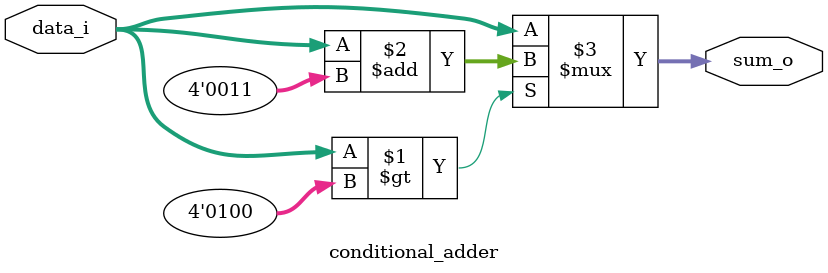
<source format=v>

module conditional_adder (
  input   [3:0] data_i,
  output  [3:0] sum_o
);

assign sum_o = (data_i > 4'b0100)? data_i + 4'b0011 : data_i;

endmodule

</source>
